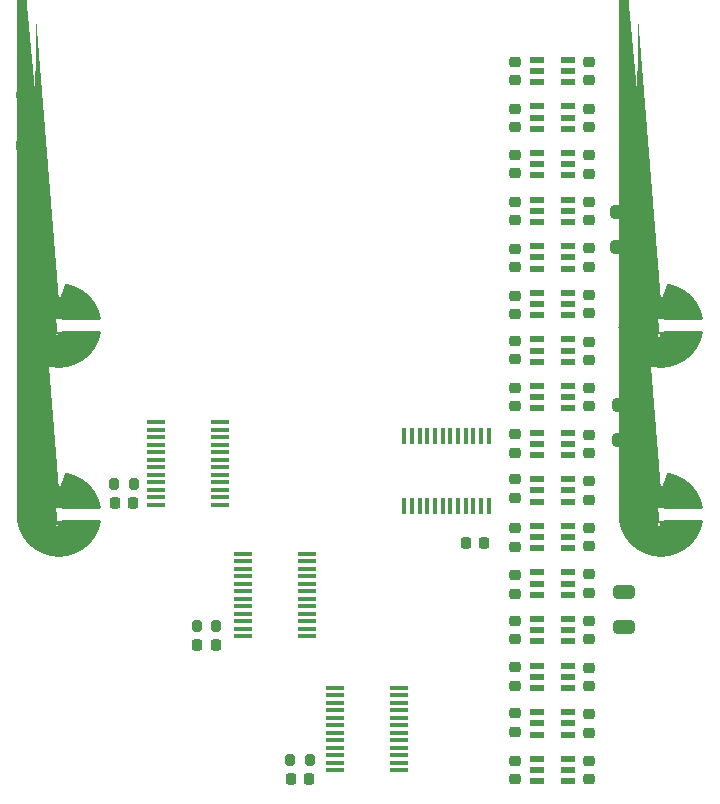
<source format=gbr>
%TF.GenerationSoftware,KiCad,Pcbnew,7.0.5*%
%TF.CreationDate,2023-09-21T19:27:35-05:00*%
%TF.ProjectId,KiCadPanel,4b694361-6450-4616-9e65-6c2e6b696361,rev?*%
%TF.SameCoordinates,Original*%
%TF.FileFunction,Paste,Top*%
%TF.FilePolarity,Positive*%
%FSLAX46Y46*%
G04 Gerber Fmt 4.6, Leading zero omitted, Abs format (unit mm)*
G04 Created by KiCad (PCBNEW 7.0.5) date 2023-09-21 19:27:35*
%MOMM*%
%LPD*%
G01*
G04 APERTURE LIST*
G04 Aperture macros list*
%AMRoundRect*
0 Rectangle with rounded corners*
0 $1 Rounding radius*
0 $2 $3 $4 $5 $6 $7 $8 $9 X,Y pos of 4 corners*
0 Add a 4 corners polygon primitive as box body*
4,1,4,$2,$3,$4,$5,$6,$7,$8,$9,$2,$3,0*
0 Add four circle primitives for the rounded corners*
1,1,$1+$1,$2,$3*
1,1,$1+$1,$4,$5*
1,1,$1+$1,$6,$7*
1,1,$1+$1,$8,$9*
0 Add four rect primitives between the rounded corners*
20,1,$1+$1,$2,$3,$4,$5,0*
20,1,$1+$1,$4,$5,$6,$7,0*
20,1,$1+$1,$6,$7,$8,$9,0*
20,1,$1+$1,$8,$9,$2,$3,0*%
%AMFreePoly0*
4,1,57,0.551631,1.457485,0.914166,1.381995,1.267029,1.269663,1.606485,1.121676,1.928943,0.939600,2.230991,0.725362,2.509432,0.481229,2.761321,0.209783,2.983992,-0.086103,3.175089,-0.403297,3.332591,-0.738445,3.454830,-1.088000,3.540514,-1.448262,3.537939,-1.480472,3.537939,-1.500902,3.501612,-1.550902,3.462790,-1.563515,3.460270,-1.564714,3.459332,-1.564639,3.442833,-1.570000,
0.305123,-1.570000,0.290669,-1.565303,0.260743,-1.559618,0.199643,-1.530164,0.067389,-1.499975,-0.068267,-1.500075,-0.200478,-1.530457,-0.261534,-1.560000,-0.292740,-1.565976,-0.305123,-1.570000,-3.442833,-1.570000,-3.450447,-1.567525,-3.460833,-1.568367,-3.489070,-1.554976,-3.501612,-1.550902,-3.503687,-1.548045,-3.507605,-1.546188,-3.537021,-1.503595,-3.537151,-1.501986,-3.537939,-1.500902,
-3.537939,-1.492261,-3.541199,-1.452000,-3.455896,-1.091647,-3.334026,-0.741964,-3.176879,-0.406650,-2.986117,-0.089254,-2.763758,0.206867,-2.512156,0.478578,-2.233972,0.723006,-1.932151,0.937562,-1.609885,1.119978,-1.270586,1.268324,-0.917842,1.381029,-0.555386,1.456900,-0.187053,1.495136,0.183258,1.495332,0.551631,1.457485,0.551631,1.457485,$1*%
%AMFreePoly1*
4,1,57,-0.290669,1.565303,-0.260743,1.559618,-0.199644,1.530164,-0.067389,1.499975,0.068267,1.500075,0.200478,1.530457,0.261534,1.560000,0.292740,1.565976,0.305123,1.570000,3.442833,1.570000,3.450447,1.567525,3.460833,1.568367,3.489070,1.554976,3.501612,1.550902,3.503687,1.548045,3.507605,1.546188,3.537021,1.503595,3.537151,1.501986,3.537939,1.500902,3.537939,1.492261,
3.541199,1.452000,3.455896,1.091647,3.334026,0.741964,3.176879,0.406650,2.986117,0.089254,2.763758,-0.206867,2.512156,-0.478578,2.233972,-0.723006,1.932151,-0.937562,1.609885,-1.119978,1.270586,-1.268324,0.917842,-1.381029,0.555386,-1.456900,0.187053,-1.495136,-0.183258,-1.495332,-0.551631,-1.457485,-0.914166,-1.381995,-1.267029,-1.269663,-1.606485,-1.121676,-1.928943,-0.939600,
-2.230991,-0.725362,-2.509432,-0.481229,-2.761321,-0.209783,-2.983992,0.086103,-3.175089,0.403297,-3.332591,0.738445,-3.454830,1.088000,-3.540514,1.448262,-3.537939,1.480472,-3.537939,1.500902,-3.501612,1.550902,-3.462790,1.563515,-3.460270,1.564714,-3.459332,1.564639,-3.442833,1.570000,-0.305123,1.570000,-0.290669,1.565303,-0.290669,1.565303,$1*%
G04 Aperture macros list end*
%ADD10RoundRect,0.225000X0.225000X0.250000X-0.225000X0.250000X-0.225000X-0.250000X0.225000X-0.250000X0*%
%ADD11RoundRect,0.225000X-0.250000X0.225000X-0.250000X-0.225000X0.250000X-0.225000X0.250000X0.225000X0*%
%ADD12R,1.150000X0.600000*%
%ADD13FreePoly0,0.000000*%
%ADD14FreePoly1,0.000000*%
%ADD15R,1.522000X0.435000*%
%ADD16RoundRect,0.250000X-0.650000X0.325000X-0.650000X-0.325000X0.650000X-0.325000X0.650000X0.325000X0*%
%ADD17RoundRect,0.200000X0.200000X0.275000X-0.200000X0.275000X-0.200000X-0.275000X0.200000X-0.275000X0*%
%ADD18R,0.450000X1.475000*%
G04 APERTURE END LIST*
D10*
%TO.C,C19*%
X142470000Y-92450000D03*
X140920000Y-92450000D03*
%TD*%
D11*
%TO.C,C27*%
X151390000Y-106921000D03*
X151390000Y-108471000D03*
%TD*%
%TO.C,C21*%
X145130000Y-71485000D03*
X145130000Y-73035000D03*
%TD*%
D12*
%TO.C,IC18*%
X146960000Y-79132000D03*
X146960000Y-80082000D03*
X146960000Y-81032000D03*
X149560000Y-81032000D03*
X149560000Y-80082000D03*
X149560000Y-79132000D03*
%TD*%
D11*
%TO.C,C5*%
X151390000Y-99033000D03*
X151390000Y-100583000D03*
%TD*%
%TO.C,C3*%
X151390000Y-67481000D03*
X151390000Y-69031000D03*
%TD*%
D12*
%TO.C,IC5*%
X146960000Y-98862000D03*
X146960000Y-99812000D03*
X146960000Y-100762000D03*
X149560000Y-100762000D03*
X149560000Y-99812000D03*
X149560000Y-98862000D03*
%TD*%
D11*
%TO.C,C35*%
X151390000Y-95089000D03*
X151390000Y-96639000D03*
%TD*%
D13*
%TO.C,H102*%
X106500000Y-71900000D03*
D14*
X106500000Y-76100000D03*
%TD*%
D12*
%TO.C,IC4*%
X146960000Y-83078000D03*
X146960000Y-84028000D03*
X146960000Y-84978000D03*
X149560000Y-84978000D03*
X149560000Y-84028000D03*
X149560000Y-83078000D03*
%TD*%
D11*
%TO.C,C31*%
X145130000Y-106850000D03*
X145130000Y-108400000D03*
%TD*%
%TO.C,C20*%
X145130000Y-55655000D03*
X145130000Y-57205000D03*
%TD*%
D12*
%TO.C,IC3*%
X146960000Y-67294000D03*
X146960000Y-68244000D03*
X146960000Y-69194000D03*
X149560000Y-69194000D03*
X149560000Y-68244000D03*
X149560000Y-67294000D03*
%TD*%
D11*
%TO.C,C37*%
X145130000Y-63510000D03*
X145130000Y-65060000D03*
%TD*%
%TO.C,C38*%
X145130000Y-79260000D03*
X145130000Y-80810000D03*
%TD*%
D15*
%TO.C,IC10*%
X127490000Y-100334000D03*
X127490000Y-99700000D03*
X127490000Y-99064000D03*
X127490000Y-98430000D03*
X127490000Y-97794000D03*
X127490000Y-97160000D03*
X127490000Y-96524000D03*
X127490000Y-95890000D03*
X127490000Y-95254000D03*
X127490000Y-94620000D03*
X127490000Y-93984000D03*
X127490000Y-93350000D03*
X122062000Y-93350000D03*
X122062000Y-93984000D03*
X122062000Y-94620000D03*
X122062000Y-95254000D03*
X122062000Y-95890000D03*
X122062000Y-96524000D03*
X122062000Y-97160000D03*
X122062000Y-97794000D03*
X122062000Y-98430000D03*
X122062000Y-99064000D03*
X122062000Y-99700000D03*
X122062000Y-100334000D03*
%TD*%
D11*
%TO.C,C22*%
X145130000Y-87025000D03*
X145130000Y-88575000D03*
%TD*%
D16*
%TO.C,C6*%
X154080000Y-64435000D03*
X154080000Y-67385000D03*
%TD*%
D13*
%TO.C,H103*%
X106500000Y-87900000D03*
D14*
X106500000Y-92100000D03*
%TD*%
D11*
%TO.C,C26*%
X151390000Y-91145000D03*
X151390000Y-92695000D03*
%TD*%
%TO.C,C16*%
X151390000Y-87201000D03*
X151390000Y-88751000D03*
%TD*%
%TO.C,C28*%
X145130000Y-59575000D03*
X145130000Y-61125000D03*
%TD*%
D10*
%TO.C,C32*%
X112790000Y-89050000D03*
X111240000Y-89050000D03*
%TD*%
D11*
%TO.C,C17*%
X151390000Y-102977000D03*
X151390000Y-104527000D03*
%TD*%
%TO.C,C12*%
X145130000Y-83235000D03*
X145130000Y-84785000D03*
%TD*%
D12*
%TO.C,IC2*%
X146960000Y-51510000D03*
X146960000Y-52460000D03*
X146960000Y-53410000D03*
X149560000Y-53410000D03*
X149560000Y-52460000D03*
X149560000Y-51510000D03*
%TD*%
D17*
%TO.C,R3*%
X112840000Y-87390000D03*
X111190000Y-87390000D03*
%TD*%
D12*
%TO.C,IC14*%
X146960000Y-90970000D03*
X146960000Y-91920000D03*
X146960000Y-92870000D03*
X149560000Y-92870000D03*
X149560000Y-91920000D03*
X149560000Y-90970000D03*
%TD*%
D18*
%TO.C,IC11*%
X142890000Y-83374000D03*
X142240000Y-83374000D03*
X141590000Y-83374000D03*
X140940000Y-83374000D03*
X140290000Y-83374000D03*
X139640000Y-83374000D03*
X138990000Y-83374000D03*
X138340000Y-83374000D03*
X137690000Y-83374000D03*
X137040000Y-83374000D03*
X136390000Y-83374000D03*
X135740000Y-83374000D03*
X135740000Y-89250000D03*
X136390000Y-89250000D03*
X137040000Y-89250000D03*
X137690000Y-89250000D03*
X138340000Y-89250000D03*
X138990000Y-89250000D03*
X139640000Y-89250000D03*
X140290000Y-89250000D03*
X140940000Y-89250000D03*
X141590000Y-89250000D03*
X142240000Y-89250000D03*
X142890000Y-89250000D03*
%TD*%
D11*
%TO.C,C36*%
X151390000Y-110865000D03*
X151390000Y-112415000D03*
%TD*%
D12*
%TO.C,IC13*%
X146960000Y-75186000D03*
X146960000Y-76136000D03*
X146960000Y-77086000D03*
X149560000Y-77086000D03*
X149560000Y-76136000D03*
X149560000Y-75186000D03*
%TD*%
D10*
%TO.C,C18*%
X119760000Y-101030000D03*
X118210000Y-101030000D03*
%TD*%
D12*
%TO.C,IC7*%
X146960000Y-71240000D03*
X146960000Y-72190000D03*
X146960000Y-73140000D03*
X149560000Y-73140000D03*
X149560000Y-72190000D03*
X149560000Y-71240000D03*
%TD*%
%TO.C,IC9*%
X146960000Y-102808000D03*
X146960000Y-103758000D03*
X146960000Y-104708000D03*
X149560000Y-104708000D03*
X149560000Y-103758000D03*
X149560000Y-102808000D03*
%TD*%
D10*
%TO.C,C1*%
X127660000Y-112390000D03*
X126110000Y-112390000D03*
%TD*%
D16*
%TO.C,C7*%
X154330000Y-96575000D03*
X154330000Y-99525000D03*
%TD*%
D11*
%TO.C,C14*%
X151390000Y-55649000D03*
X151390000Y-57199000D03*
%TD*%
D12*
%TO.C,IC8*%
X146960000Y-87024000D03*
X146960000Y-87974000D03*
X146960000Y-88924000D03*
X149560000Y-88924000D03*
X149560000Y-87974000D03*
X149560000Y-87024000D03*
%TD*%
D13*
%TO.C,H101*%
X157500000Y-87900000D03*
D14*
X157500000Y-92100000D03*
%TD*%
D11*
%TO.C,C4*%
X151390000Y-83257000D03*
X151390000Y-84807000D03*
%TD*%
D12*
%TO.C,IC19*%
X146960000Y-94916000D03*
X146960000Y-95866000D03*
X146960000Y-96816000D03*
X149560000Y-96816000D03*
X149560000Y-95866000D03*
X149560000Y-94916000D03*
%TD*%
D11*
%TO.C,C33*%
X151390000Y-63537000D03*
X151390000Y-65087000D03*
%TD*%
D12*
%TO.C,IC17*%
X146960000Y-63348000D03*
X146960000Y-64298000D03*
X146960000Y-65248000D03*
X149560000Y-65248000D03*
X149560000Y-64298000D03*
X149560000Y-63348000D03*
%TD*%
D11*
%TO.C,C24*%
X151390000Y-59593000D03*
X151390000Y-61143000D03*
%TD*%
D15*
%TO.C,IC16*%
X120100000Y-89194000D03*
X120100000Y-88560000D03*
X120100000Y-87924000D03*
X120100000Y-87290000D03*
X120100000Y-86654000D03*
X120100000Y-86020000D03*
X120100000Y-85384000D03*
X120100000Y-84750000D03*
X120100000Y-84114000D03*
X120100000Y-83480000D03*
X120100000Y-82844000D03*
X120100000Y-82210000D03*
X114672000Y-82210000D03*
X114672000Y-82844000D03*
X114672000Y-83480000D03*
X114672000Y-84114000D03*
X114672000Y-84750000D03*
X114672000Y-85384000D03*
X114672000Y-86020000D03*
X114672000Y-86654000D03*
X114672000Y-87290000D03*
X114672000Y-87924000D03*
X114672000Y-88560000D03*
X114672000Y-89194000D03*
%TD*%
D12*
%TO.C,IC15*%
X146960000Y-106754000D03*
X146960000Y-107704000D03*
X146960000Y-108654000D03*
X149560000Y-108654000D03*
X149560000Y-107704000D03*
X149560000Y-106754000D03*
%TD*%
D11*
%TO.C,C40*%
X145130000Y-110865000D03*
X145130000Y-112415000D03*
%TD*%
%TO.C,C11*%
X145130000Y-67505000D03*
X145130000Y-69055000D03*
%TD*%
D12*
%TO.C,IC20*%
X146960000Y-110700000D03*
X146960000Y-111650000D03*
X146960000Y-112600000D03*
X149560000Y-112600000D03*
X149560000Y-111650000D03*
X149560000Y-110700000D03*
%TD*%
D11*
%TO.C,C2*%
X151390000Y-51705000D03*
X151390000Y-53255000D03*
%TD*%
%TO.C,C29*%
X145130000Y-75295000D03*
X145130000Y-76845000D03*
%TD*%
%TO.C,C34*%
X151390000Y-79313000D03*
X151390000Y-80863000D03*
%TD*%
D17*
%TO.C,R1*%
X127740000Y-110820000D03*
X126090000Y-110820000D03*
%TD*%
D11*
%TO.C,C15*%
X151390000Y-71425000D03*
X151390000Y-72975000D03*
%TD*%
D15*
%TO.C,IC1*%
X135264000Y-111642000D03*
X135264000Y-111008000D03*
X135264000Y-110372000D03*
X135264000Y-109738000D03*
X135264000Y-109102000D03*
X135264000Y-108468000D03*
X135264000Y-107832000D03*
X135264000Y-107198000D03*
X135264000Y-106562000D03*
X135264000Y-105928000D03*
X135264000Y-105292000D03*
X135264000Y-104658000D03*
X129836000Y-104658000D03*
X129836000Y-105292000D03*
X129836000Y-105928000D03*
X129836000Y-106562000D03*
X129836000Y-107198000D03*
X129836000Y-107832000D03*
X129836000Y-108468000D03*
X129836000Y-109102000D03*
X129836000Y-109738000D03*
X129836000Y-110372000D03*
X129836000Y-111008000D03*
X129836000Y-111642000D03*
%TD*%
D12*
%TO.C,IC12*%
X146960000Y-59402000D03*
X146960000Y-60352000D03*
X146960000Y-61302000D03*
X149560000Y-61302000D03*
X149560000Y-60352000D03*
X149560000Y-59402000D03*
%TD*%
D11*
%TO.C,C23*%
X145130000Y-102940000D03*
X145130000Y-104490000D03*
%TD*%
D13*
%TO.C,H100*%
X157500000Y-71900000D03*
D14*
X157500000Y-76100000D03*
%TD*%
D12*
%TO.C,IC6*%
X146960000Y-55456000D03*
X146960000Y-56406000D03*
X146960000Y-57356000D03*
X149560000Y-57356000D03*
X149560000Y-56406000D03*
X149560000Y-55456000D03*
%TD*%
D11*
%TO.C,C13*%
X145130000Y-99015000D03*
X145130000Y-100565000D03*
%TD*%
%TO.C,C25*%
X151390000Y-75369000D03*
X151390000Y-76919000D03*
%TD*%
D17*
%TO.C,R2*%
X119825000Y-99420000D03*
X118175000Y-99420000D03*
%TD*%
D11*
%TO.C,C39*%
X145130000Y-95150000D03*
X145130000Y-96700000D03*
%TD*%
D16*
%TO.C,C8*%
X154220000Y-80745000D03*
X154220000Y-83695000D03*
%TD*%
D11*
%TO.C,C30*%
X145130000Y-91190000D03*
X145130000Y-92740000D03*
%TD*%
%TO.C,C10*%
X145130000Y-51695000D03*
X145130000Y-53245000D03*
%TD*%
M02*

</source>
